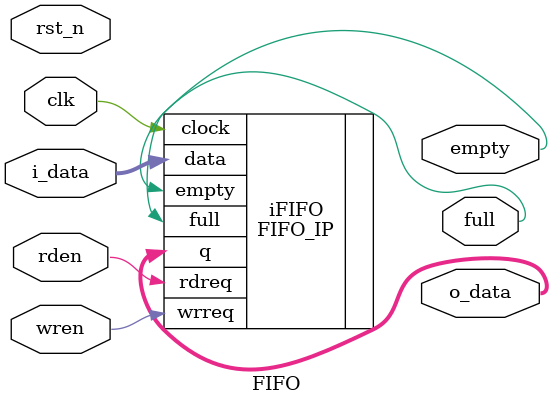
<source format=sv>
module FIFO
#(
  parameter int DEPTH = 8,
  parameter int DATA_WIDTH = 8
)
(
    input  clk,
    input  rst_n,
    input  rden,
    input  wren,
    input  [DATA_WIDTH-1:0] i_data,
    output logic [DATA_WIDTH-1:0] o_data,
    output logic full,
    output logic empty
);

  // localparam int ADDR_W = $clog2(DEPTH);

  // logic [DATA_WIDTH-1:0] mem [0:DEPTH-1];

  // logic [ADDR_W-1:0] rd_ptr, wr_ptr;
  // logic [ADDR_W:0] cnt;

  // assign empty = (cnt == '0);
  // assign full  = (cnt == DEPTH);

  // always_ff @(posedge clk or negedge rst_n) begin
  //   if (!rst_n) begin
  //     rd_ptr <= '0;
  //     wr_ptr <= '0;
  //     cnt <= '0;
  //     o_data <= '0;
  //   end 
  //   else begin
  //     if (rden && !empty) begin
  //       o_data <= mem[rd_ptr];
  //       rd_ptr <= rd_ptr + 1'b1;
  //       cnt <= cnt - 1'b1;
  //     end
  //     else if (wren && !full) begin
  //       mem[wr_ptr] <= i_data;
  //       wr_ptr <= wr_ptr + 1'b1;
  //       cnt <= cnt + 1'b1;
  //     end
  //   end
  // end

 FIFO_IP iFIFO(.data(i_data), .clock(clk), .rdreq(rden), .wrreq(wren), .q(o_data), .empty(empty), .full(full));

endmodule

</source>
